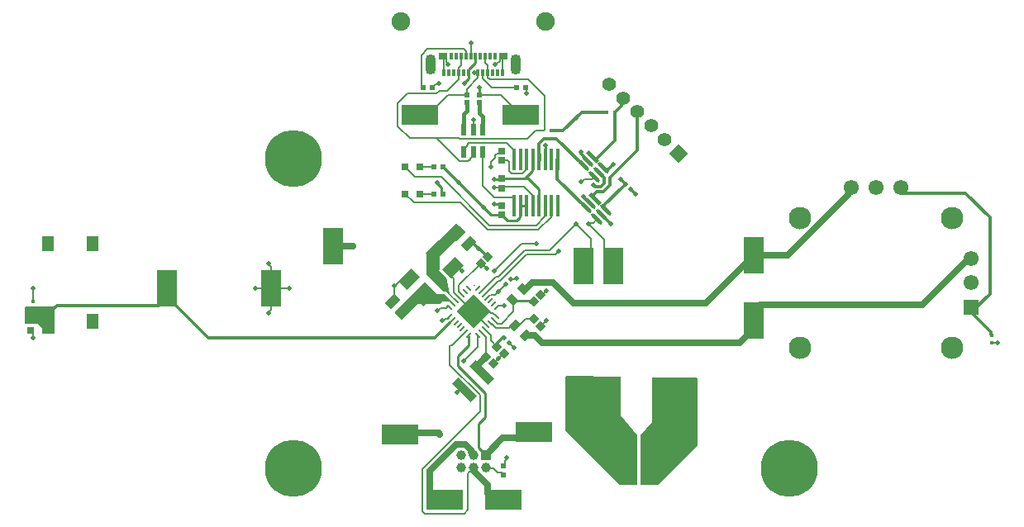
<source format=gbr>
%TF.GenerationSoftware,Altium Limited,Altium Designer,23.6.0 (18)*%
G04 Layer_Physical_Order=1*
G04 Layer_Color=255*
%FSLAX25Y25*%
%MOIN*%
%TF.SameCoordinates,9FC677E3-0757-43A4-AD8A-435CCD31EDD7*%
%TF.FilePolarity,Positive*%
%TF.FileFunction,Copper,L1,Top,Signal*%
%TF.Part,Single*%
G01*
G75*
%TA.AperFunction,Conductor*%
%ADD10C,0.01200*%
%TA.AperFunction,SMDPad,CuDef*%
%ADD11R,0.02913X0.03071*%
%ADD12R,0.01772X0.01772*%
%ADD13R,0.05118X0.06102*%
%ADD14R,0.07992X0.14961*%
G04:AMPARAMS|DCode=15|XSize=37.4mil|YSize=53.15mil|CornerRadius=0mil|HoleSize=0mil|Usage=FLASHONLY|Rotation=135.000|XOffset=0mil|YOffset=0mil|HoleType=Round|Shape=Rectangle|*
%AMROTATEDRECTD15*
4,1,4,0.03202,0.00557,-0.00557,-0.03202,-0.03202,-0.00557,0.00557,0.03202,0.03202,0.00557,0.0*
%
%ADD15ROTATEDRECTD15*%

%ADD16R,0.14961X0.07992*%
%TA.AperFunction,ConnectorPad*%
%ADD17R,0.01181X0.02756*%
%ADD18R,0.03543X0.02756*%
%TA.AperFunction,SMDPad,CuDef*%
G04:AMPARAMS|DCode=19|XSize=70.87mil|YSize=47.24mil|CornerRadius=0mil|HoleSize=0mil|Usage=FLASHONLY|Rotation=225.000|XOffset=0mil|YOffset=0mil|HoleType=Round|Shape=Rectangle|*
%AMROTATEDRECTD19*
4,1,4,0.00835,0.04176,0.04176,0.00835,-0.00835,-0.04176,-0.04176,-0.00835,0.00835,0.04176,0.0*
%
%ADD19ROTATEDRECTD19*%

%ADD20R,0.03150X0.03150*%
%ADD21R,0.02165X0.02165*%
%ADD22P,0.13919X4X360.0*%
G04:AMPARAMS|DCode=23|XSize=7.87mil|YSize=29.53mil|CornerRadius=0mil|HoleSize=0mil|Usage=FLASHONLY|Rotation=315.000|XOffset=0mil|YOffset=0mil|HoleType=Round|Shape=Round|*
%AMOVALD23*
21,1,0.02165,0.00787,0.00000,0.00000,45.0*
1,1,0.00787,-0.00766,-0.00766*
1,1,0.00787,0.00766,0.00766*
%
%ADD23OVALD23*%

G04:AMPARAMS|DCode=24|XSize=7.87mil|YSize=29.53mil|CornerRadius=0mil|HoleSize=0mil|Usage=FLASHONLY|Rotation=45.000|XOffset=0mil|YOffset=0mil|HoleType=Round|Shape=Round|*
%AMOVALD24*
21,1,0.02165,0.00787,0.00000,0.00000,135.0*
1,1,0.00787,0.00766,-0.00766*
1,1,0.00787,-0.00766,0.00766*
%
%ADD24OVALD24*%

G04:AMPARAMS|DCode=25|XSize=33.47mil|YSize=106.3mil|CornerRadius=0mil|HoleSize=0mil|Usage=FLASHONLY|Rotation=45.000|XOffset=0mil|YOffset=0mil|HoleType=Round|Shape=Rectangle|*
%AMROTATEDRECTD25*
4,1,4,0.02575,-0.04941,-0.04941,0.02575,-0.02575,0.04941,0.04941,-0.02575,0.02575,-0.04941,0.0*
%
%ADD25ROTATEDRECTD25*%

%ADD26R,0.02362X0.04724*%
%ADD27R,0.01968X0.02165*%
G04:AMPARAMS|DCode=28|XSize=29.13mil|YSize=30.71mil|CornerRadius=0mil|HoleSize=0mil|Usage=FLASHONLY|Rotation=315.000|XOffset=0mil|YOffset=0mil|HoleType=Round|Shape=Rectangle|*
%AMROTATEDRECTD28*
4,1,4,-0.02116,-0.00056,0.00056,0.02116,0.02116,0.00056,-0.00056,-0.02116,-0.02116,-0.00056,0.0*
%
%ADD28ROTATEDRECTD28*%

G04:AMPARAMS|DCode=29|XSize=29.13mil|YSize=30.71mil|CornerRadius=0mil|HoleSize=0mil|Usage=FLASHONLY|Rotation=45.000|XOffset=0mil|YOffset=0mil|HoleType=Round|Shape=Rectangle|*
%AMROTATEDRECTD29*
4,1,4,0.00056,-0.02116,-0.02116,0.00056,-0.00056,0.02116,0.02116,-0.00056,0.00056,-0.02116,0.0*
%
%ADD29ROTATEDRECTD29*%

%ADD30R,0.02165X0.02165*%
%ADD31P,0.02506X4X90.0*%
%ADD32P,0.02506X4X360.0*%
G04:AMPARAMS|DCode=33|XSize=39.37mil|YSize=31.5mil|CornerRadius=0mil|HoleSize=0mil|Usage=FLASHONLY|Rotation=135.000|XOffset=0mil|YOffset=0mil|HoleType=Round|Shape=Rectangle|*
%AMROTATEDRECTD33*
4,1,4,0.02506,-0.00278,0.00278,-0.02506,-0.02506,0.00278,-0.00278,0.02506,0.02506,-0.00278,0.0*
%
%ADD33ROTATEDRECTD33*%

G04:AMPARAMS|DCode=34|XSize=39.37mil|YSize=31.5mil|CornerRadius=0mil|HoleSize=0mil|Usage=FLASHONLY|Rotation=45.000|XOffset=0mil|YOffset=0mil|HoleType=Round|Shape=Rectangle|*
%AMROTATEDRECTD34*
4,1,4,-0.00278,-0.02506,-0.02506,-0.00278,0.00278,0.02506,0.02506,0.00278,-0.00278,-0.02506,0.0*
%
%ADD34ROTATEDRECTD34*%

%ADD35O,0.01575X0.08858*%
G04:AMPARAMS|DCode=36|XSize=57.64mil|YSize=14.8mil|CornerRadius=7.4mil|HoleSize=0mil|Usage=FLASHONLY|Rotation=315.000|XOffset=0mil|YOffset=0mil|HoleType=Round|Shape=RoundedRectangle|*
%AMROUNDEDRECTD36*
21,1,0.05764,0.00000,0,0,315.0*
21,1,0.04284,0.01480,0,0,315.0*
1,1,0.01480,0.01515,-0.01515*
1,1,0.01480,-0.01515,0.01515*
1,1,0.01480,-0.01515,0.01515*
1,1,0.01480,0.01515,-0.01515*
%
%ADD36ROUNDEDRECTD36*%
G04:AMPARAMS|DCode=37|XSize=57.64mil|YSize=14.8mil|CornerRadius=0mil|HoleSize=0mil|Usage=FLASHONLY|Rotation=315.000|XOffset=0mil|YOffset=0mil|HoleType=Round|Shape=Rectangle|*
%AMROTATEDRECTD37*
4,1,4,-0.02561,0.01515,-0.01515,0.02561,0.02561,-0.01515,0.01515,-0.02561,-0.02561,0.01515,0.0*
%
%ADD37ROTATEDRECTD37*%

%ADD38R,0.15748X0.09843*%
%ADD39R,0.01772X0.01772*%
%TA.AperFunction,Conductor*%
%ADD40C,0.02500*%
%ADD41C,0.00800*%
%ADD42C,0.00600*%
%ADD43C,0.01000*%
%ADD44C,0.01500*%
%TA.AperFunction,ViaPad*%
%ADD45C,0.23000*%
%TA.AperFunction,ComponentPad*%
G04:AMPARAMS|DCode=46|XSize=43.31mil|YSize=82.68mil|CornerRadius=21.65mil|HoleSize=0mil|Usage=FLASHONLY|Rotation=180.000|XOffset=0mil|YOffset=0mil|HoleType=Round|Shape=RoundedRectangle|*
%AMROUNDEDRECTD46*
21,1,0.04331,0.03937,0,0,180.0*
21,1,0.00000,0.08268,0,0,180.0*
1,1,0.04331,0.00000,0.01968*
1,1,0.04331,0.00000,0.01968*
1,1,0.04331,0.00000,-0.01968*
1,1,0.04331,0.00000,-0.01968*
%
%ADD46ROUNDEDRECTD46*%
%ADD47C,0.07480*%
%ADD48C,0.03937*%
%ADD49R,0.03937X0.03937*%
%ADD50P,0.07739X4X360.0*%
%ADD51C,0.05472*%
%ADD52C,0.05906*%
%ADD53R,0.05906X0.05906*%
%ADD54R,0.06102X0.06102*%
%ADD55C,0.06102*%
%ADD56C,0.09055*%
%TA.AperFunction,ViaPad*%
%ADD57C,0.01968*%
G36*
X219000Y120755D02*
X209000Y110755D01*
X209000Y105305D01*
X208818Y105123D01*
X209000Y104755D01*
X209040Y104715D01*
X211578Y102177D01*
X212916Y95838D01*
X213424Y95331D01*
X213509Y95204D01*
X215853Y92859D01*
X215853Y92859D01*
X216479Y92234D01*
X216000Y91755D01*
X211500Y96255D01*
X211098D01*
X211000Y96274D01*
X210480D01*
X203500Y103255D01*
Y111755D01*
X215750Y124005D01*
X219000Y120755D01*
D02*
G37*
G36*
X208000Y95255D02*
X211000Y95255D01*
X213762Y92492D01*
X213840Y92377D01*
X215222Y90994D01*
X215127Y90781D01*
X214564Y90691D01*
X213000Y92255D01*
X212552D01*
X212339Y92297D01*
X212126Y92255D01*
X210000Y92255D01*
X209000Y91255D01*
X200102Y91255D01*
X193801Y84953D01*
X191000Y87755D01*
Y88255D01*
X203000Y100255D01*
X208000Y95255D01*
D02*
G37*
G36*
X53500Y79255D02*
X48500D01*
Y81755D01*
X47000Y83255D01*
X46457D01*
Y83361D01*
X41543D01*
X41500Y83843D01*
Y89755D01*
X42000Y90255D01*
X53500D01*
X53500Y79255D01*
D02*
G37*
G36*
X313000Y61528D02*
Y34255D01*
X297000Y18255D01*
X290000D01*
X290000Y38342D01*
X294500Y43867D01*
X294500Y61632D01*
X312644Y61879D01*
X313000Y61528D01*
D02*
G37*
G36*
X281837Y62148D02*
X281837Y46523D01*
X288500Y38342D01*
X288500Y18255D01*
X281500D01*
X259500Y40255D01*
Y62096D01*
X259856Y62447D01*
X281837Y62148D01*
D02*
G37*
D10*
X275121Y130918D02*
G03*
X275413Y131395I-848J848D01*
G01*
X254000Y161329D02*
X258806D01*
X266231Y168755D02*
X276425D01*
X258806Y161329D02*
X266231Y168755D01*
X51142Y82105D02*
Y87396D01*
X54620Y90874D01*
X95590D01*
X98500Y93785D01*
Y98755D01*
X98986Y98269D01*
Y97755D02*
Y98269D01*
Y94270D02*
Y97755D01*
Y94270D02*
X115501Y77755D01*
X206945D01*
X212851Y83660D01*
X232136Y75298D02*
X234797Y77958D01*
X232136Y74119D02*
Y75298D01*
X249000Y151755D02*
Y156175D01*
X251005Y158180D01*
X254000D01*
X254101Y158078D01*
X256057D01*
X266907Y147228D01*
X256441Y149595D02*
X256500Y149655D01*
X256441Y141695D02*
Y149595D01*
Y141695D02*
X267907Y130228D01*
X266000Y152755D02*
X266147Y152608D01*
Y151918D02*
Y152608D01*
Y151918D02*
X267000Y151065D01*
Y150830D02*
Y151065D01*
Y150830D02*
X268717Y149113D01*
X267018Y134564D02*
X268731Y132852D01*
X267018Y134564D02*
Y134772D01*
X268717Y149038D02*
Y149113D01*
X268731Y132714D02*
Y132852D01*
X270527Y150847D02*
X271711Y149663D01*
X270597Y134975D02*
X272229Y136608D01*
X270597Y134777D02*
X271527Y133847D01*
X270597Y134777D02*
Y134975D01*
X270937Y139346D02*
X271145D01*
X271684Y138808D01*
X273957D01*
X271711Y149663D02*
X271908D01*
X279575Y157329D01*
X272229Y136608D02*
X274869D01*
X273283Y144396D02*
Y144472D01*
Y144396D02*
X275328Y142351D01*
X273957Y138808D02*
X275328Y140178D01*
X274283Y127472D02*
X278000Y123755D01*
X274788Y130585D02*
X276093Y129281D01*
X274788Y130585D02*
X275121Y130918D01*
X274869Y136608D02*
X277528Y139267D01*
X275093Y146281D02*
X275718Y145656D01*
X275328Y140178D02*
Y142351D01*
X275413Y131395D02*
X275413Y131395D01*
X282887Y138868D01*
X275718Y145656D02*
X275901D01*
X276000Y145755D01*
X277000D01*
X279000Y147755D01*
X277528Y142283D02*
X288595Y153349D01*
X277528Y139267D02*
Y142283D01*
X279575Y157329D02*
Y168755D01*
X282209Y171389D01*
X282000Y141755D02*
X283887Y139868D01*
X282209Y171389D02*
Y173667D01*
X283027Y174485D01*
X282887Y138868D02*
X283000Y138755D01*
X282887Y138868D02*
X283887Y139868D01*
X286114Y137641D02*
X288000Y135755D01*
X286114Y137641D02*
Y137755D01*
X288595Y153349D02*
Y168917D01*
X394843Y136141D02*
X421114D01*
X431000Y126255D01*
X423386Y87912D02*
X431214Y80084D01*
X423386Y87912D02*
X431000Y95526D01*
Y126255D01*
X431214Y79115D02*
Y80084D01*
Y79115D02*
X431500Y78829D01*
D11*
X44000Y84684D02*
D03*
Y80826D02*
D03*
X234000Y142084D02*
D03*
Y138225D02*
D03*
Y131184D02*
D03*
Y127325D02*
D03*
Y153184D02*
D03*
Y149326D02*
D03*
D12*
X45000Y89255D02*
D03*
Y92404D02*
D03*
X254000Y158180D02*
D03*
Y161329D02*
D03*
X431500Y78829D02*
D03*
Y75680D02*
D03*
D13*
X51142Y84350D02*
D03*
Y115650D02*
D03*
X68858Y84350D02*
D03*
Y115650D02*
D03*
D14*
X98986Y97755D02*
D03*
X140906D02*
D03*
X166000Y114755D02*
D03*
X267000Y106755D02*
D03*
X279000D02*
D03*
X335500Y84755D02*
D03*
Y110983D02*
D03*
D15*
X194161Y88231D02*
D03*
X189985Y92407D02*
D03*
X216412Y119819D02*
D03*
X220588Y115643D02*
D03*
D16*
X193000Y38755D02*
D03*
X201000Y167755D02*
D03*
X211000Y12255D02*
D03*
X234500D02*
D03*
X241516Y167755D02*
D03*
X247000Y39755D02*
D03*
D17*
X234311Y184732D02*
D03*
X232343D02*
D03*
X230374D02*
D03*
X228405D02*
D03*
X226437D02*
D03*
X224468D02*
D03*
X220532D02*
D03*
X218563D02*
D03*
X216595D02*
D03*
X214626D02*
D03*
X212657D02*
D03*
X210689D02*
D03*
X213642Y191425D02*
D03*
X215610D02*
D03*
X217579D02*
D03*
X219547D02*
D03*
X221516D02*
D03*
X223484D02*
D03*
X225453D02*
D03*
X227421D02*
D03*
X229390D02*
D03*
X231358D02*
D03*
D18*
X210492D02*
D03*
X234508D02*
D03*
D19*
X207727Y112640D02*
D03*
X196592Y101504D02*
D03*
X203273Y94823D02*
D03*
X214408Y105958D02*
D03*
D20*
X195095Y146755D02*
D03*
X201000D02*
D03*
X195095Y135755D02*
D03*
X201000D02*
D03*
D21*
X202457Y178755D02*
D03*
X206000D02*
D03*
X210272Y146755D02*
D03*
X206728D02*
D03*
X210272Y135755D02*
D03*
X206728D02*
D03*
X240000Y178755D02*
D03*
X243543D02*
D03*
D22*
X222500Y88231D02*
D03*
D23*
X224379Y97627D02*
D03*
X225632Y96374D02*
D03*
X226885Y95121D02*
D03*
X228137Y93869D02*
D03*
X229390Y92616D02*
D03*
X230643Y91363D02*
D03*
X231896Y90110D02*
D03*
X220621Y78836D02*
D03*
X219368Y80088D02*
D03*
X218115Y81341D02*
D03*
X216863Y82594D02*
D03*
X215610Y83847D02*
D03*
X214357Y85099D02*
D03*
X213104Y86352D02*
D03*
D24*
X231896D02*
D03*
X230643Y85099D02*
D03*
X229390Y83847D02*
D03*
X228137Y82594D02*
D03*
X226885Y81341D02*
D03*
X225632Y80088D02*
D03*
X224379Y78836D02*
D03*
X213104Y90110D02*
D03*
X214357Y91363D02*
D03*
X215610Y92616D02*
D03*
X216863Y93869D02*
D03*
X218115Y95121D02*
D03*
X219368Y96374D02*
D03*
X220621Y97627D02*
D03*
D25*
X218951Y56595D02*
D03*
X226049Y63694D02*
D03*
D26*
X226240Y152577D02*
D03*
X222500D02*
D03*
X218760D02*
D03*
Y161632D02*
D03*
X222500D02*
D03*
X226240D02*
D03*
D27*
X220000Y172755D02*
D03*
Y175707D02*
D03*
X225000Y172755D02*
D03*
Y175707D02*
D03*
D28*
X228228Y110483D02*
D03*
X225500Y107755D02*
D03*
X247000Y92255D02*
D03*
X249728Y94983D02*
D03*
D29*
X227772Y69983D02*
D03*
X230500Y67255D02*
D03*
X234864Y71367D02*
D03*
X232136Y74095D02*
D03*
X247000Y85255D02*
D03*
X249728Y82526D02*
D03*
D30*
X234500Y26026D02*
D03*
Y22483D02*
D03*
D31*
X234887Y77868D02*
D03*
X237114Y75641D02*
D03*
X286114Y137641D02*
D03*
X283887Y139868D02*
D03*
D32*
X237727Y101482D02*
D03*
X235500Y99255D02*
D03*
D33*
X242588Y97342D02*
D03*
X238412Y93167D02*
D03*
D34*
X243588Y78643D02*
D03*
X239412Y82819D02*
D03*
D35*
X239000Y130954D02*
D03*
X241500D02*
D03*
X244000D02*
D03*
X246500D02*
D03*
X249000D02*
D03*
X251500D02*
D03*
X254000D02*
D03*
X256500D02*
D03*
X239000Y149655D02*
D03*
X241500D02*
D03*
X244000D02*
D03*
X246500D02*
D03*
X249000D02*
D03*
X251500D02*
D03*
X254000D02*
D03*
X256500D02*
D03*
D36*
X275093Y146281D02*
D03*
X273283Y144472D02*
D03*
X271474Y142662D02*
D03*
X266907Y147228D02*
D03*
X268717Y149038D02*
D03*
X276093Y129281D02*
D03*
X274283Y127472D02*
D03*
X272474Y125662D02*
D03*
X267907Y130228D02*
D03*
X269717Y132038D02*
D03*
D37*
X270527Y150847D02*
D03*
X271527Y133847D02*
D03*
D38*
X273504Y51755D02*
D03*
X305000D02*
D03*
D39*
X279575Y168755D02*
D03*
X276425D02*
D03*
D40*
X338246Y90985D02*
X403709D01*
X421411Y108687D01*
X335500Y110983D02*
X349162D01*
X373552Y135373D01*
X375202Y137455D02*
X375634D01*
X373552Y135805D02*
X375202Y137455D01*
X373552Y135373D02*
Y135805D01*
X168030Y114755D02*
X174136D01*
X193000Y38755D02*
X193500Y39255D01*
X208500D01*
X205000Y15001D02*
Y24015D01*
X215753Y34767D01*
X205000Y15001D02*
X207746Y12255D01*
X211000D01*
X208500Y39255D02*
X209000Y38755D01*
X215753Y34767D02*
X219247D01*
X221719Y32296D01*
Y31719D02*
X222500Y30938D01*
X221719Y31719D02*
Y32296D01*
X222500Y25549D02*
X222775Y25274D01*
X222500Y30549D02*
Y30938D01*
X222775Y23980D02*
X228270Y18485D01*
X222775Y23980D02*
Y25274D01*
X224065Y65678D02*
Y66277D01*
Y65678D02*
X226049Y63694D01*
X224065Y66277D02*
X227772Y69983D01*
X227500Y30549D02*
X234460Y37509D01*
X228270Y15001D02*
Y18485D01*
Y15001D02*
X231016Y12255D01*
X234500D01*
X234460Y37509D02*
X243754D01*
X242588Y97342D02*
X242866Y97064D01*
X243326D01*
X246219Y99957D01*
X243588Y78643D02*
X244047D01*
X243754Y37509D02*
X246500Y40255D01*
X244047Y78643D02*
X244326Y78922D01*
X244604Y78643D01*
X247331D01*
X246219Y99957D02*
X254797D01*
X247331Y78643D02*
X250220Y75755D01*
X329984D01*
X254797Y99957D02*
X263000Y91755D01*
X316272D01*
X335500Y110983D01*
X329984Y75755D02*
X335500Y81270D01*
Y88239D01*
X338246Y90985D01*
D41*
X44000Y80826D02*
X44958Y79867D01*
Y77797D02*
Y79867D01*
Y97796D02*
X44979Y97776D01*
Y92425D02*
X45000Y92404D01*
X44979Y92425D02*
Y97776D01*
X68858Y113404D02*
X69958Y114504D01*
Y117797D01*
X134560Y97796D02*
X136290D01*
X136332Y97755D01*
X140906D01*
X139958Y87796D02*
X140000Y87755D01*
X139958Y107480D02*
X140906Y106532D01*
X139958Y107480D02*
Y107797D01*
X140000Y88155D02*
X140906Y89061D01*
X140000Y87755D02*
Y88155D01*
X140906Y97755D02*
X140948Y97796D01*
X140906Y97755D02*
Y106532D01*
Y89061D02*
Y97755D01*
X140948Y97796D02*
X148177D01*
X189985Y92407D02*
X190542Y92964D01*
X190500Y98755D02*
X190542Y98713D01*
X190500Y98755D02*
X190724Y98978D01*
X190542Y92964D02*
Y98713D01*
X190724Y98978D02*
X191291D01*
X193067Y100755D01*
X192120Y163179D02*
X197044Y158255D01*
X192120Y163179D02*
Y172331D01*
X196061Y176272D01*
X193067Y100755D02*
X195500D01*
X195095Y135755D02*
X198594Y132255D01*
X195095Y146755D02*
X199094Y142755D01*
X195500Y100755D02*
X196250Y101504D01*
X196061Y176272D02*
X207663D01*
X196250Y101504D02*
X196592D01*
X198594Y132255D02*
X217454D01*
X199094Y142755D02*
X209500D01*
X201000Y167755D02*
X204484D01*
X201000Y146755D02*
X206728D01*
X201000Y135755D02*
X206728D01*
X201500Y179711D02*
X202457Y178755D01*
X201500Y191755D02*
X204000Y194255D01*
X201500Y179711D02*
Y191755D01*
X202120Y7679D02*
X202940Y6859D01*
X202120Y7679D02*
Y24882D01*
X225292Y48054D01*
X202940Y6859D02*
X219060D01*
X204000Y194255D02*
X218698D01*
X204484Y167755D02*
X212437Y175707D01*
X207663Y176272D02*
X208898Y177507D01*
X211947D01*
X209500Y142755D02*
X229130Y123125D01*
X211947Y177507D02*
X216595Y182154D01*
X212437Y175707D02*
X220000D01*
X212851Y83660D02*
X212886D01*
X214326Y85099D01*
X213091Y66801D02*
Y74377D01*
X213469Y74755D01*
X213091Y66801D02*
X225292Y54600D01*
X213469Y74755D02*
X214003D01*
X213720Y105270D02*
X214408Y105958D01*
X213720Y102495D02*
Y105270D01*
Y102495D02*
X214500Y101714D01*
X214003Y74755D02*
X219337Y80088D01*
X214326Y85099D02*
X214357D01*
X214408Y105958D02*
X216796D01*
X214500Y97773D02*
X214518Y97755D01*
X214500Y97773D02*
Y101714D01*
X214518Y96213D02*
Y97755D01*
Y96213D02*
X216863Y93869D01*
X216000Y55755D02*
X216000D01*
X216995Y56750D01*
X216595Y184732D02*
Y186437D01*
Y182154D02*
Y184732D01*
Y186437D02*
X216617Y186459D01*
Y186734D02*
X217579Y187697D01*
X216617Y186459D02*
Y186734D01*
X216796Y105958D02*
X218000Y104755D01*
X216809Y99063D02*
X225500Y107755D01*
X216809Y96491D02*
X218147Y95153D01*
X216809Y96491D02*
Y99063D01*
X216863Y93869D02*
X222500Y88231D01*
X216995Y56750D02*
X218796D01*
X217454Y132255D02*
X228384Y121325D01*
X217579Y187697D02*
Y191425D01*
X218000Y104755D02*
X218000D01*
X218698Y194255D02*
X219547Y193405D01*
X218757Y68498D02*
X224379Y74120D01*
X218760Y152577D02*
Y153758D01*
X218796Y56750D02*
X218951Y56595D01*
X219060Y6859D02*
X220480Y8278D01*
X219337Y80088D02*
X219368D01*
X219547Y191425D02*
Y193405D01*
X220000Y175707D02*
Y178126D01*
X224468Y182595D01*
X220480Y23088D02*
X222500Y25108D01*
X220480Y8278D02*
Y23088D01*
X221494Y191447D02*
X221516Y191425D01*
X221494Y191447D02*
Y196748D01*
X222500Y25108D02*
Y25549D01*
X223111Y98895D02*
X223126Y98911D01*
X224379Y74120D02*
Y78836D01*
X224468Y182595D02*
Y184732D01*
X225000Y175707D02*
X233563D01*
X225292Y48054D02*
Y54600D01*
X225500Y107755D02*
X226000D01*
X227885Y105870D01*
X226437Y182458D02*
Y184732D01*
Y182458D02*
X230141Y178755D01*
X226661Y79028D02*
X226661D01*
X227716Y77973D01*
X226889Y81346D02*
X229516Y78719D01*
X227500Y25549D02*
X228027Y25022D01*
X227716Y70038D02*
Y77973D01*
Y70038D02*
X227772Y69983D01*
X228027Y25022D02*
X230668D01*
X228137Y93892D02*
X229200Y94955D01*
X228137Y93878D02*
Y93892D01*
X228384Y121325D02*
X248652D01*
X229130Y123125D02*
X247906D01*
X229200Y94955D02*
X229294D01*
X229516Y76739D02*
X232136Y74119D01*
X229516Y76739D02*
Y78719D01*
X229524Y95175D02*
X231421D01*
X230000Y83255D02*
X231500Y81755D01*
X230141Y178755D02*
X240000D01*
X230500Y67255D02*
X232500Y69255D01*
X230643Y85099D02*
X230655D01*
X230700Y85055D01*
X230668Y25022D02*
X232217Y23473D01*
X230700Y85055D02*
X230746D01*
X232246Y83555D01*
X231000Y138255D02*
X233971D01*
X231421Y95175D02*
X232500Y96255D01*
X231500Y81755D02*
X236838D01*
X232136Y74095D02*
Y74119D01*
X232217Y23473D02*
X234010D01*
X232246Y83555D02*
X234000D01*
X232500Y96255D02*
X235500Y99255D01*
X232500Y69255D02*
X234613Y71367D01*
X233563Y175707D02*
X241516Y167755D01*
X233971Y138255D02*
X234000Y138225D01*
Y83555D02*
X238690Y88245D01*
X234000Y138225D02*
X234358Y138583D01*
X234010Y23473D02*
X234500Y22983D01*
X234358Y138583D02*
X243121D01*
X234500Y26526D02*
X235183Y27209D01*
X234613Y71367D02*
X234864D01*
X235183Y28121D02*
X236000Y28938D01*
X235183Y27209D02*
Y28121D01*
X236000Y28938D02*
Y29255D01*
X236838Y81755D02*
X237902Y82819D01*
X237114Y75641D02*
X238958Y73796D01*
X237727Y101482D02*
X239327D01*
X237902Y82819D02*
X241073D01*
X238412Y92643D02*
X238690Y92365D01*
X238412Y92643D02*
Y93167D01*
X238690Y88245D02*
Y92365D01*
X239327Y101482D02*
X239642Y101796D01*
X239958D01*
X241073Y82819D02*
X243509Y85255D01*
X241516Y167755D02*
X245000D01*
X243121Y138583D02*
X246352Y135352D01*
X243509Y85255D02*
X245394D01*
X245450Y85310D01*
X246944D01*
X246352Y131102D02*
Y135352D01*
Y131102D02*
X246500Y130954D01*
X246944Y85310D02*
X247000Y85255D01*
X247906Y123125D02*
X251352Y126570D01*
X248652Y121325D02*
X253852Y126525D01*
X249728Y94983D02*
X250274D01*
X249728Y82526D02*
X249772D01*
X252000Y84755D01*
X250274Y94983D02*
X252014Y96723D01*
X251352Y126570D02*
Y130806D01*
X251500Y130954D01*
X252014Y96723D02*
X252014D01*
X253852Y126525D02*
Y130806D01*
X254000Y130954D01*
X264000Y123755D02*
X270000Y117755D01*
X267000Y106755D02*
X270000Y109755D01*
X269000Y123755D02*
X275404Y117351D01*
X270000Y109755D02*
Y117755D01*
X275404Y110351D02*
Y117351D01*
Y110351D02*
X279000Y106755D01*
X282000D01*
X431500Y75680D02*
X431537Y75717D01*
X433963D01*
X434000Y75755D01*
D42*
X197044Y158255D02*
X207850D01*
X206000Y178755D02*
X207238Y179993D01*
X208238D01*
X207850Y158105D02*
X217040Y148915D01*
X207850Y158255D02*
X216756D01*
X208000Y88755D02*
X208370D01*
X208238Y179993D02*
X208500Y180255D01*
X208370Y88755D02*
X209370Y89755D01*
X211631D01*
X210000Y84755D02*
X210370D01*
X211167Y85551D01*
X210492Y191425D02*
X210689Y191228D01*
X210492Y191425D02*
X210673D01*
X211751Y190347D01*
X210689Y184732D02*
Y191228D01*
X211167Y85551D02*
X212303D01*
X211631Y89755D02*
X212484Y90608D01*
X211751Y189374D02*
Y190347D01*
Y189374D02*
X211813Y189312D01*
Y189176D02*
Y189312D01*
Y189176D02*
X212468Y188521D01*
X212303Y85551D02*
X213104Y86352D01*
X212468Y188151D02*
Y188521D01*
X212484Y90608D02*
X212607D01*
X213104Y90110D01*
X216756Y158255D02*
X217040Y157970D01*
Y148915D02*
X220479D01*
X217040Y157970D02*
X244215D01*
X218760Y153758D02*
X220019Y155017D01*
Y155478D01*
X220780Y156239D01*
X220479Y148915D02*
X221241Y149676D01*
X220780Y156239D02*
X236057D01*
X221241Y149676D02*
Y150137D01*
X222500Y151396D01*
Y88231D02*
X229035D01*
X222500Y151396D02*
Y152577D01*
Y88231D02*
X228137Y82594D01*
X222500Y161632D02*
Y165752D01*
X225632Y96374D02*
X231728Y102470D01*
X226240Y139014D02*
X230959Y134296D01*
X226240Y139014D02*
Y152577D01*
X226885Y95121D02*
X232634Y100870D01*
X227421Y188610D02*
X228405Y187626D01*
X227421Y188610D02*
Y190945D01*
X228405Y184732D02*
Y187626D01*
Y184732D02*
X228484Y184654D01*
Y182816D02*
X229245Y182054D01*
X228484Y182816D02*
Y184654D01*
X229035Y88231D02*
X229512Y87755D01*
X229245Y182054D02*
X244700D01*
X229500Y146755D02*
X229628Y146882D01*
X229512Y87755D02*
X230443D01*
X229628Y146882D02*
Y148639D01*
X231243Y150255D01*
X230443Y87755D02*
X231845Y86352D01*
X230959Y134296D02*
X238550D01*
X231000Y104755D02*
X242000Y115755D01*
X231243Y151399D02*
X232005Y152161D01*
X231243Y150255D02*
Y151399D01*
X231358Y188055D02*
X231620Y188317D01*
X232057D01*
X231728Y102470D02*
X232716D01*
X231845Y86352D02*
X231896D01*
Y90110D02*
X232625Y90840D01*
X231896Y86352D02*
X232185Y86062D01*
X232005Y152161D02*
X232977D01*
X232057Y188317D02*
X233249Y189509D01*
X232185Y86062D02*
X232308D01*
X232625Y90840D02*
X232914D01*
X232634Y100870D02*
X233379D01*
X232716Y102470D02*
X243324Y113078D01*
X232914Y90840D02*
X233000Y90755D01*
X232977Y152161D02*
X234000Y153184D01*
X233000Y90755D02*
X235000D01*
X233249Y189509D02*
Y190347D01*
X234327Y191425D01*
X233379Y100870D02*
X243986Y111478D01*
X234000Y149326D02*
X236357D01*
X234311Y184732D02*
Y191228D01*
X234508Y191425D01*
X234327D02*
X234508D01*
X236057Y156239D02*
X239000Y153296D01*
X236357Y149326D02*
X236913Y148770D01*
Y145148D02*
Y148770D01*
Y145148D02*
X238135Y143925D01*
X242365D01*
X238550Y134296D02*
X239000Y133845D01*
Y130954D02*
Y133845D01*
Y151476D02*
Y153296D01*
X242000Y115755D02*
X248000D01*
X242365Y143925D02*
X243813Y145374D01*
X243324Y113078D02*
X253324D01*
X243543Y178755D02*
X244000Y178298D01*
X243813Y149468D02*
X244000Y149655D01*
X243813Y145374D02*
Y149468D01*
X243986Y111478D02*
X255724D01*
X244000Y176255D02*
Y178298D01*
X244215Y157970D02*
X247550Y161305D01*
X244700Y182054D02*
X251443Y175312D01*
X246500Y149655D02*
Y152455D01*
X247550Y161305D02*
X251091D01*
X251443Y161656D01*
Y175312D01*
X253324Y113078D02*
X264000Y123755D01*
X255724Y111478D02*
X257000Y112755D01*
X257000D01*
X266000Y140755D02*
X266370D01*
X267246Y141630D01*
X270442D01*
X268731Y132567D02*
X269543Y131755D01*
X268731Y132567D02*
Y132714D01*
X269000Y123755D02*
X269262Y124016D01*
X270828D01*
X270442Y141630D02*
X271474Y142662D01*
X270828Y124016D02*
X272474Y125662D01*
X270884Y126677D02*
X271458D01*
X272474Y125662D01*
X271474Y142662D02*
X271474D01*
X272474Y125662D02*
X272474D01*
D43*
X208000Y140119D02*
X209689Y138430D01*
X208000Y140119D02*
Y140255D01*
X209689Y136337D02*
Y138430D01*
Y136337D02*
X210272Y135755D01*
Y146755D02*
X216315Y140712D01*
X216272Y70527D02*
X220621Y74875D01*
X216272Y66307D02*
Y70527D01*
Y66307D02*
X227192Y55387D01*
X216315Y140440D02*
X216500Y140255D01*
X216315Y140440D02*
Y140712D01*
X216500Y140255D02*
X226500Y130255D01*
X218979Y180477D02*
Y180739D01*
X220532Y182292D01*
Y184732D01*
X220588Y115643D02*
X220631Y115686D01*
X220621Y74875D02*
Y78255D01*
X220631Y115686D02*
X222568D01*
X220688Y185942D02*
X223484Y188739D01*
X222568Y115686D02*
X224500Y113755D01*
X223484Y188739D02*
Y191425D01*
X224500Y113755D02*
X224685Y113569D01*
X224617Y33432D02*
X227500Y30549D01*
X224617Y43122D02*
X227192Y45697D01*
X224617Y33432D02*
Y43122D01*
X224685Y113569D02*
X225142D01*
X225000Y175707D02*
Y178755D01*
X225142Y113569D02*
X228228Y110483D01*
X226500Y130255D02*
X229508Y127247D01*
X227192Y45697D02*
Y55387D01*
X228228Y110483D02*
X228228D01*
X229508Y127247D02*
X234000D01*
X230997Y141836D02*
X233752D01*
X231000Y131755D02*
X233429D01*
X234000Y131184D01*
X233752Y141836D02*
X234000Y142084D01*
Y127247D02*
X236222Y125025D01*
X234000Y142084D02*
X243306D01*
X236222Y125025D02*
X239948D01*
X238412Y92643D02*
X238657Y92888D01*
X244902D01*
X239948Y125025D02*
X241390Y126467D01*
Y130844D01*
X241500Y130954D01*
X244000D01*
X243306Y142084D02*
X246390Y145168D01*
X243306Y142084D02*
X244671D01*
X249000Y137755D01*
X244902Y92888D02*
X245591Y92199D01*
X246944D01*
X246390Y149545D02*
X246500Y149655D01*
X246390Y145168D02*
Y149545D01*
X246944Y92199D02*
X247000Y92255D01*
X249000Y130954D02*
Y137755D01*
X251500Y149655D02*
X251610Y149765D01*
Y155130D01*
X251790Y155310D01*
X305000Y51755D02*
Y55255D01*
X305250Y55505D01*
X305000Y51755D02*
X309500D01*
X305000D02*
X306266Y53020D01*
X308266D01*
X310500Y55255D01*
X309500Y51755D02*
X310500Y50755D01*
D44*
X218760Y168015D02*
X220000Y169255D01*
X218760Y161632D02*
Y168015D01*
X220000Y169255D02*
Y172755D01*
X225000Y168238D02*
X226240Y166998D01*
X225000Y168238D02*
Y172755D01*
X226240Y161632D02*
Y166998D01*
X249000Y149655D02*
Y151755D01*
D45*
X150000Y150000D02*
D03*
Y25000D02*
D03*
X350000D02*
D03*
D46*
X239508Y187921D02*
D03*
X205492D02*
D03*
D47*
X251634Y205284D02*
D03*
X193366D02*
D03*
D48*
X217500Y25549D02*
D03*
Y30549D02*
D03*
X222500Y25549D02*
D03*
Y30549D02*
D03*
X227500Y25549D02*
D03*
D49*
Y30549D02*
D03*
D50*
X305298Y152214D02*
D03*
D51*
X299730Y157782D02*
D03*
X294162Y163349D02*
D03*
X288595Y168917D02*
D03*
X283027Y174485D02*
D03*
X277459Y180052D02*
D03*
D52*
X295000Y21755D02*
D03*
D53*
X285000D02*
D03*
D54*
X423386Y90158D02*
D03*
D55*
Y100000D02*
D03*
Y109843D02*
D03*
X394843Y138386D02*
D03*
X385000D02*
D03*
X375157D02*
D03*
D56*
X354488Y73819D02*
D03*
Y126181D02*
D03*
X415512Y73819D02*
D03*
Y126181D02*
D03*
D57*
X263977Y166500D02*
D03*
X44958Y97796D02*
D03*
Y77797D02*
D03*
X69958Y117797D02*
D03*
X134560Y97796D02*
D03*
X139958Y107797D02*
D03*
Y87796D02*
D03*
X148177Y97796D02*
D03*
X174136Y114755D02*
D03*
X190500Y98755D02*
D03*
X222500Y85169D02*
D03*
X219438Y88231D02*
D03*
X225562D02*
D03*
X222500Y91294D02*
D03*
X208000Y88755D02*
D03*
Y140255D02*
D03*
X208500Y180255D02*
D03*
X209000Y38755D02*
D03*
X210000Y84755D02*
D03*
X212468Y188151D02*
D03*
X216000Y55755D02*
D03*
X216500Y140255D02*
D03*
X218000Y104755D02*
D03*
X218757Y68498D02*
D03*
X218979Y180477D02*
D03*
X221494Y196748D02*
D03*
X222500Y165752D02*
D03*
X223106Y184848D02*
D03*
X224500Y113755D02*
D03*
X225000Y178755D02*
D03*
X226500Y130255D02*
D03*
X227885Y105870D02*
D03*
X229500Y146755D02*
D03*
X230997Y141836D02*
D03*
X231000Y104755D02*
D03*
Y138255D02*
D03*
Y131755D02*
D03*
X231358Y188055D02*
D03*
X232500Y96255D02*
D03*
Y69255D02*
D03*
X235000Y90755D02*
D03*
X236000Y29255D02*
D03*
X238958Y73796D02*
D03*
X239958Y101796D02*
D03*
X244000Y176255D02*
D03*
X248000Y115755D02*
D03*
X251790Y155310D02*
D03*
X252000Y84755D02*
D03*
X252014Y96723D02*
D03*
X257000Y112755D02*
D03*
X261500Y43255D02*
D03*
Y51255D02*
D03*
Y47255D02*
D03*
X264000Y123755D02*
D03*
X265000Y43255D02*
D03*
X266000Y152755D02*
D03*
Y140755D02*
D03*
X267018Y134772D02*
D03*
X269000Y123755D02*
D03*
X270937Y139346D02*
D03*
X278000Y123755D02*
D03*
X279000Y147755D02*
D03*
X282000Y141755D02*
D03*
X288000Y135755D02*
D03*
X296000Y55255D02*
D03*
Y50255D02*
D03*
X305000Y58755D02*
D03*
X309000D02*
D03*
X434000Y75755D02*
D03*
%TF.MD5,f11145b764d2c7ffb30ab2b9c4ee9f38*%
M02*

</source>
